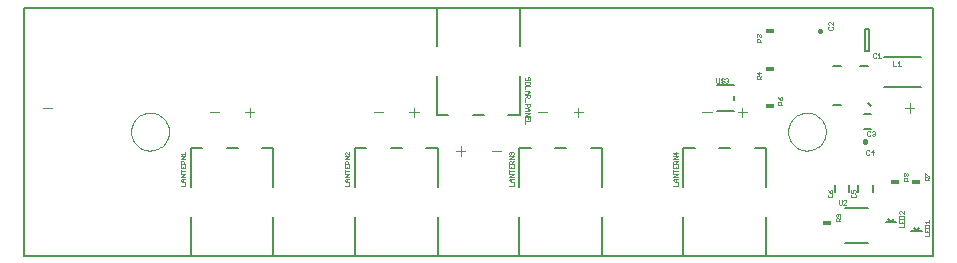
<source format=gto>
G75*
G70*
%OFA0B0*%
%FSLAX24Y24*%
%IPPOS*%
%LPD*%
%AMOC8*
5,1,8,0,0,1.08239X$1,22.5*
%
%ADD10C,0.0080*%
%ADD11C,0.0060*%
%ADD12C,0.0010*%
%ADD13C,0.0160*%
%ADD14R,0.0280X0.0160*%
%ADD15C,0.0050*%
%ADD16C,0.0000*%
%ADD17C,0.0040*%
%ADD18C,0.0070*%
D10*
X000140Y000149D02*
X000140Y008409D01*
X030439Y008409D01*
X030439Y000149D01*
X000140Y000149D01*
X027102Y005169D02*
X027362Y005169D01*
X028283Y005229D02*
X028381Y005130D01*
X028793Y005758D02*
X030052Y005758D01*
X028272Y006469D02*
X028012Y006469D01*
X027362Y006469D02*
X027102Y006469D01*
X028793Y006781D02*
X030052Y006781D01*
X028322Y006979D02*
X028322Y007699D01*
X028162Y007699D01*
X028162Y006979D01*
X028322Y006979D01*
X028948Y001373D02*
X029040Y001251D01*
X029221Y001251D01*
X029126Y001373D02*
X029050Y001257D01*
X029040Y001251D02*
X028859Y001251D01*
X029711Y000952D02*
X029892Y000952D01*
X029800Y001074D01*
X029892Y000952D02*
X030073Y000952D01*
X029978Y001074D02*
X029902Y000958D01*
D11*
X028284Y000558D02*
X027496Y000558D01*
X027496Y001740D02*
X028284Y001740D01*
X028427Y002267D02*
X028427Y002503D01*
X027955Y002503D02*
X027955Y002267D01*
X027650Y002267D02*
X027650Y002503D01*
X027177Y002503D02*
X027177Y002267D01*
X028124Y004383D02*
X028361Y004383D01*
X028361Y004856D02*
X028124Y004856D01*
D12*
X028278Y004290D02*
X028253Y004265D01*
X028253Y004164D01*
X028278Y004139D01*
X028328Y004139D01*
X028353Y004164D01*
X028400Y004164D02*
X028425Y004139D01*
X028475Y004139D01*
X028500Y004164D01*
X028500Y004189D01*
X028475Y004215D01*
X028450Y004215D01*
X028475Y004215D02*
X028500Y004240D01*
X028500Y004265D01*
X028475Y004290D01*
X028425Y004290D01*
X028400Y004265D01*
X028353Y004265D02*
X028328Y004290D01*
X028278Y004290D01*
X028298Y003660D02*
X028248Y003660D01*
X028223Y003635D01*
X028223Y003534D01*
X028248Y003509D01*
X028298Y003509D01*
X028323Y003534D01*
X028370Y003585D02*
X028470Y003585D01*
X028445Y003660D02*
X028370Y003585D01*
X028323Y003635D02*
X028298Y003660D01*
X028445Y003660D02*
X028445Y003509D01*
X030162Y002909D02*
X030187Y002909D01*
X030287Y002809D01*
X030312Y002809D01*
X030312Y002762D02*
X030262Y002712D01*
X030262Y002737D02*
X030262Y002662D01*
X030312Y002662D02*
X030162Y002662D01*
X030162Y002737D01*
X030187Y002762D01*
X030237Y002762D01*
X030262Y002737D01*
X030162Y002809D02*
X030162Y002909D01*
X029609Y002871D02*
X029609Y002821D01*
X029584Y002796D01*
X029559Y002796D01*
X029534Y002821D01*
X029534Y002871D01*
X029559Y002896D01*
X029584Y002896D01*
X029609Y002871D01*
X029534Y002871D02*
X029509Y002896D01*
X029484Y002896D01*
X029459Y002871D01*
X029459Y002821D01*
X029484Y002796D01*
X029509Y002796D01*
X029534Y002821D01*
X029534Y002748D02*
X029559Y002723D01*
X029559Y002648D01*
X029559Y002698D02*
X029609Y002748D01*
X029534Y002748D02*
X029484Y002748D01*
X029459Y002723D01*
X029459Y002648D01*
X029609Y002648D01*
X027861Y002313D02*
X027861Y002263D01*
X027836Y002238D01*
X027836Y002190D02*
X027861Y002165D01*
X027861Y002115D01*
X027836Y002090D01*
X027736Y002090D01*
X027711Y002115D01*
X027711Y002165D01*
X027736Y002190D01*
X027711Y002238D02*
X027786Y002238D01*
X027761Y002288D01*
X027761Y002313D01*
X027786Y002338D01*
X027836Y002338D01*
X027861Y002313D01*
X027711Y002338D02*
X027711Y002238D01*
X027084Y002263D02*
X027084Y002313D01*
X027059Y002338D01*
X027034Y002338D01*
X027009Y002313D01*
X027009Y002238D01*
X027059Y002238D01*
X027084Y002263D01*
X027059Y002190D02*
X027084Y002165D01*
X027084Y002115D01*
X027059Y002090D01*
X026959Y002090D01*
X026933Y002115D01*
X026933Y002165D01*
X026959Y002190D01*
X027009Y002238D02*
X026959Y002288D01*
X026933Y002338D01*
X027304Y001993D02*
X027304Y001868D01*
X027329Y001843D01*
X027380Y001843D01*
X027405Y001868D01*
X027405Y001993D01*
X027452Y001968D02*
X027477Y001993D01*
X027527Y001993D01*
X027552Y001968D01*
X027552Y001943D01*
X027452Y001843D01*
X027552Y001843D01*
X027325Y001535D02*
X027224Y001535D01*
X027199Y001510D01*
X027199Y001460D01*
X027224Y001435D01*
X027249Y001435D01*
X027274Y001460D01*
X027274Y001535D01*
X027325Y001535D02*
X027350Y001510D01*
X027350Y001460D01*
X027325Y001435D01*
X027350Y001388D02*
X027299Y001338D01*
X027299Y001363D02*
X027299Y001288D01*
X027350Y001288D02*
X027199Y001288D01*
X027199Y001363D01*
X027224Y001388D01*
X027274Y001388D01*
X027299Y001363D01*
X029319Y001379D02*
X029319Y001454D01*
X029345Y001479D01*
X029445Y001479D01*
X029470Y001454D01*
X029470Y001379D01*
X029319Y001379D01*
X029319Y001331D02*
X029319Y001231D01*
X029470Y001231D01*
X029470Y001331D01*
X029395Y001281D02*
X029395Y001231D01*
X029470Y001184D02*
X029470Y001084D01*
X029319Y001084D01*
X030172Y001079D02*
X030172Y001154D01*
X030197Y001179D01*
X030297Y001179D01*
X030322Y001154D01*
X030322Y001079D01*
X030172Y001079D01*
X030172Y001032D02*
X030172Y000932D01*
X030322Y000932D01*
X030322Y001032D01*
X030247Y000982D02*
X030247Y000932D01*
X030322Y000885D02*
X030322Y000785D01*
X030172Y000785D01*
X030222Y001227D02*
X030172Y001277D01*
X030322Y001277D01*
X030322Y001227D02*
X030322Y001327D01*
X029470Y001526D02*
X029370Y001626D01*
X029345Y001626D01*
X029319Y001601D01*
X029319Y001551D01*
X029345Y001526D01*
X029470Y001526D02*
X029470Y001626D01*
X021937Y002467D02*
X021937Y002567D01*
X021937Y002614D02*
X021837Y002614D01*
X021787Y002664D01*
X021837Y002714D01*
X021937Y002714D01*
X021937Y002762D02*
X021787Y002762D01*
X021937Y002862D01*
X021787Y002862D01*
X021787Y002909D02*
X021787Y003009D01*
X021787Y003056D02*
X021937Y003056D01*
X021937Y003156D01*
X021937Y003204D02*
X021787Y003204D01*
X021787Y003279D01*
X021812Y003304D01*
X021862Y003304D01*
X021887Y003279D01*
X021887Y003204D01*
X021887Y003254D02*
X021937Y003304D01*
X021937Y003351D02*
X021787Y003351D01*
X021937Y003451D01*
X021787Y003451D01*
X021862Y003498D02*
X021862Y003598D01*
X021787Y003573D02*
X021862Y003498D01*
X021937Y003573D02*
X021787Y003573D01*
X021787Y003156D02*
X021787Y003056D01*
X021862Y003056D02*
X021862Y003106D01*
X021937Y002959D02*
X021787Y002959D01*
X021862Y002714D02*
X021862Y002614D01*
X021787Y002467D02*
X021937Y002467D01*
X016463Y002467D02*
X016463Y002567D01*
X016463Y002614D02*
X016363Y002614D01*
X016313Y002664D01*
X016363Y002714D01*
X016463Y002714D01*
X016463Y002762D02*
X016313Y002762D01*
X016463Y002862D01*
X016313Y002862D01*
X016313Y002909D02*
X016313Y003009D01*
X016313Y003056D02*
X016463Y003056D01*
X016463Y003156D01*
X016463Y003204D02*
X016313Y003204D01*
X016313Y003279D01*
X016338Y003304D01*
X016388Y003304D01*
X016413Y003279D01*
X016413Y003204D01*
X016413Y003254D02*
X016463Y003304D01*
X016463Y003351D02*
X016313Y003351D01*
X016463Y003451D01*
X016313Y003451D01*
X016338Y003498D02*
X016313Y003523D01*
X016313Y003573D01*
X016338Y003598D01*
X016363Y003598D01*
X016388Y003573D01*
X016413Y003598D01*
X016438Y003598D01*
X016463Y003573D01*
X016463Y003523D01*
X016438Y003498D01*
X016388Y003548D02*
X016388Y003573D01*
X016313Y003156D02*
X016313Y003056D01*
X016388Y003056D02*
X016388Y003106D01*
X016463Y002959D02*
X016313Y002959D01*
X016388Y002714D02*
X016388Y002614D01*
X016313Y002467D02*
X016463Y002467D01*
X010988Y002467D02*
X010988Y002567D01*
X010988Y002614D02*
X010888Y002614D01*
X010838Y002664D01*
X010888Y002714D01*
X010988Y002714D01*
X010988Y002762D02*
X010838Y002762D01*
X010988Y002862D01*
X010838Y002862D01*
X010838Y002909D02*
X010838Y003009D01*
X010838Y003056D02*
X010988Y003056D01*
X010988Y003156D01*
X010988Y003204D02*
X010838Y003204D01*
X010838Y003279D01*
X010863Y003304D01*
X010913Y003304D01*
X010938Y003279D01*
X010938Y003204D01*
X010938Y003254D02*
X010988Y003304D01*
X010988Y003351D02*
X010838Y003351D01*
X010988Y003451D01*
X010838Y003451D01*
X010863Y003498D02*
X010838Y003523D01*
X010838Y003573D01*
X010863Y003598D01*
X010888Y003598D01*
X010988Y003498D01*
X010988Y003598D01*
X010838Y003156D02*
X010838Y003056D01*
X010913Y003056D02*
X010913Y003106D01*
X010988Y002959D02*
X010838Y002959D01*
X010913Y002714D02*
X010913Y002614D01*
X010838Y002467D02*
X010988Y002467D01*
X005514Y002467D02*
X005514Y002567D01*
X005514Y002614D02*
X005414Y002614D01*
X005364Y002664D01*
X005414Y002714D01*
X005514Y002714D01*
X005514Y002762D02*
X005364Y002762D01*
X005514Y002862D01*
X005364Y002862D01*
X005364Y002909D02*
X005364Y003009D01*
X005364Y003056D02*
X005514Y003056D01*
X005514Y003156D01*
X005514Y003204D02*
X005364Y003204D01*
X005364Y003279D01*
X005389Y003304D01*
X005439Y003304D01*
X005464Y003279D01*
X005464Y003204D01*
X005464Y003254D02*
X005514Y003304D01*
X005514Y003351D02*
X005364Y003351D01*
X005514Y003451D01*
X005364Y003451D01*
X005414Y003498D02*
X005364Y003548D01*
X005514Y003548D01*
X005514Y003498D02*
X005514Y003598D01*
X005364Y003156D02*
X005364Y003056D01*
X005439Y003056D02*
X005439Y003106D01*
X005514Y002959D02*
X005364Y002959D01*
X005439Y002714D02*
X005439Y002614D01*
X005364Y002467D02*
X005514Y002467D01*
X016854Y004517D02*
X016854Y004618D01*
X017004Y004618D01*
X017004Y004665D02*
X017004Y004765D01*
X016854Y004765D01*
X016854Y004665D01*
X016929Y004715D02*
X016929Y004765D01*
X016854Y004812D02*
X017004Y004812D01*
X017004Y004912D02*
X016854Y004912D01*
X016854Y004959D02*
X016954Y004959D01*
X017004Y005010D01*
X016954Y005060D01*
X016854Y005060D01*
X016929Y005060D02*
X016929Y004959D01*
X017004Y004912D02*
X016854Y004812D01*
X016929Y005107D02*
X016904Y005132D01*
X016904Y005207D01*
X016854Y005207D02*
X017004Y005207D01*
X017004Y005132D01*
X016979Y005107D01*
X016929Y005107D01*
X016829Y005254D02*
X016829Y005354D01*
X016854Y005401D02*
X016904Y005451D01*
X016904Y005426D02*
X016904Y005502D01*
X016854Y005502D02*
X017004Y005502D01*
X017004Y005426D01*
X016979Y005401D01*
X016929Y005401D01*
X016904Y005426D01*
X016929Y005549D02*
X016929Y005649D01*
X016954Y005649D02*
X017004Y005599D01*
X016954Y005549D01*
X016854Y005549D01*
X016854Y005649D02*
X016954Y005649D01*
X016854Y005696D02*
X016854Y005796D01*
X017004Y005796D01*
X016979Y005843D02*
X017004Y005868D01*
X017004Y005918D01*
X016979Y005944D01*
X016879Y005944D01*
X016854Y005918D01*
X016854Y005868D01*
X016879Y005843D01*
X016979Y005843D01*
X016979Y005991D02*
X017004Y006016D01*
X017004Y006066D01*
X016979Y006091D01*
X016954Y006091D01*
X016929Y006066D01*
X016929Y006016D01*
X016904Y005991D01*
X016879Y005991D01*
X016854Y006016D01*
X016854Y006066D01*
X016879Y006091D01*
X023220Y006054D02*
X023220Y005929D01*
X023245Y005904D01*
X023295Y005904D01*
X023320Y005929D01*
X023320Y006054D01*
X023367Y006029D02*
X023392Y006054D01*
X023442Y006054D01*
X023467Y006029D01*
X023515Y006029D02*
X023540Y006054D01*
X023590Y006054D01*
X023615Y006029D01*
X023615Y006004D01*
X023590Y005979D01*
X023615Y005954D01*
X023615Y005929D01*
X023590Y005904D01*
X023540Y005904D01*
X023515Y005929D01*
X023467Y005929D02*
X023467Y005954D01*
X023442Y005979D01*
X023392Y005979D01*
X023367Y006004D01*
X023367Y006029D01*
X023417Y006079D02*
X023417Y005879D01*
X023392Y005904D02*
X023442Y005904D01*
X023467Y005929D01*
X023392Y005904D02*
X023367Y005929D01*
X023565Y005979D02*
X023590Y005979D01*
X024562Y006024D02*
X024562Y006100D01*
X024587Y006125D01*
X024637Y006125D01*
X024662Y006100D01*
X024662Y006024D01*
X024712Y006024D02*
X024562Y006024D01*
X024662Y006074D02*
X024712Y006125D01*
X024637Y006172D02*
X024637Y006272D01*
X024562Y006247D02*
X024637Y006172D01*
X024712Y006247D02*
X024562Y006247D01*
X025272Y005427D02*
X025297Y005377D01*
X025347Y005327D01*
X025347Y005402D01*
X025372Y005427D01*
X025397Y005427D01*
X025422Y005402D01*
X025422Y005352D01*
X025397Y005327D01*
X025347Y005327D01*
X025347Y005280D02*
X025372Y005255D01*
X025372Y005180D01*
X025372Y005230D02*
X025422Y005280D01*
X025347Y005280D02*
X025297Y005280D01*
X025272Y005255D01*
X025272Y005180D01*
X025422Y005180D01*
X029113Y006471D02*
X029213Y006471D01*
X029260Y006471D02*
X029360Y006471D01*
X029310Y006471D02*
X029310Y006621D01*
X029260Y006571D01*
X029113Y006621D02*
X029113Y006471D01*
X028700Y006734D02*
X028600Y006734D01*
X028650Y006734D02*
X028650Y006885D01*
X028600Y006835D01*
X028553Y006860D02*
X028528Y006885D01*
X028478Y006885D01*
X028453Y006860D01*
X028453Y006759D01*
X028478Y006734D01*
X028528Y006734D01*
X028553Y006759D01*
X027102Y007705D02*
X027077Y007680D01*
X026977Y007680D01*
X026952Y007705D01*
X026952Y007755D01*
X026977Y007780D01*
X026977Y007827D02*
X026952Y007852D01*
X026952Y007902D01*
X026977Y007927D01*
X027002Y007927D01*
X027102Y007827D01*
X027102Y007927D01*
X027077Y007780D02*
X027102Y007755D01*
X027102Y007705D01*
X024712Y007497D02*
X024712Y007447D01*
X024687Y007422D01*
X024712Y007375D02*
X024662Y007324D01*
X024662Y007350D02*
X024662Y007274D01*
X024712Y007274D02*
X024562Y007274D01*
X024562Y007350D01*
X024587Y007375D01*
X024637Y007375D01*
X024662Y007350D01*
X024587Y007422D02*
X024562Y007447D01*
X024562Y007497D01*
X024587Y007522D01*
X024612Y007522D01*
X024637Y007497D01*
X024662Y007522D01*
X024687Y007522D01*
X024712Y007497D01*
X024637Y007497D02*
X024637Y007472D01*
D13*
X026660Y007619D02*
X026684Y007619D01*
X028162Y003951D02*
X028162Y003927D01*
D14*
X024992Y005119D03*
X024992Y006369D03*
X024992Y007619D03*
X029179Y002588D03*
X029882Y002602D03*
X026920Y001228D03*
D15*
X000140Y000149D02*
X000140Y008409D01*
X030439Y008409D01*
X030439Y000149D01*
X000140Y000149D01*
X005700Y000149D02*
X008456Y000149D01*
X008456Y001440D01*
X011174Y001440D02*
X011174Y000149D01*
X013930Y000149D01*
X013930Y001440D01*
X016649Y001440D02*
X016649Y000149D01*
X019405Y000149D01*
X019405Y001440D01*
X022123Y001440D02*
X022123Y000149D01*
X024879Y000149D01*
X024879Y001440D01*
X024879Y002440D02*
X024879Y003732D01*
X024501Y003732D01*
X023682Y003732D02*
X023320Y003732D01*
X022501Y003732D02*
X022123Y003732D01*
X022123Y002440D01*
X019405Y002440D02*
X019405Y003732D01*
X019027Y003732D01*
X018208Y003732D02*
X017846Y003732D01*
X017027Y003732D02*
X016649Y003732D01*
X016649Y002440D01*
X013930Y002440D02*
X013930Y003732D01*
X013552Y003732D01*
X012734Y003732D02*
X012371Y003732D01*
X011552Y003732D02*
X011174Y003732D01*
X011174Y002440D01*
X008456Y002440D02*
X008456Y003732D01*
X008078Y003732D01*
X007259Y003732D02*
X006897Y003732D01*
X006078Y003732D02*
X005700Y003732D01*
X005700Y002440D01*
X005700Y001440D02*
X005700Y000149D01*
X013912Y004826D02*
X013912Y006117D01*
X016668Y006117D02*
X016668Y004826D01*
X016290Y004826D01*
X015471Y004826D02*
X015109Y004826D01*
X014290Y004826D02*
X013912Y004826D01*
X013912Y007117D02*
X013912Y008409D01*
X016668Y008409D01*
X016668Y007117D01*
D16*
X025608Y004279D02*
X025610Y004329D01*
X025616Y004379D01*
X025626Y004428D01*
X025640Y004476D01*
X025657Y004523D01*
X025678Y004568D01*
X025703Y004612D01*
X025731Y004653D01*
X025763Y004692D01*
X025797Y004729D01*
X025834Y004763D01*
X025874Y004793D01*
X025916Y004820D01*
X025960Y004844D01*
X026006Y004865D01*
X026053Y004881D01*
X026101Y004894D01*
X026151Y004903D01*
X026200Y004908D01*
X026251Y004909D01*
X026301Y004906D01*
X026350Y004899D01*
X026399Y004888D01*
X026447Y004873D01*
X026493Y004855D01*
X026538Y004833D01*
X026581Y004807D01*
X026622Y004778D01*
X026661Y004746D01*
X026697Y004711D01*
X026729Y004673D01*
X026759Y004633D01*
X026786Y004590D01*
X026809Y004546D01*
X026828Y004500D01*
X026844Y004452D01*
X026856Y004403D01*
X026864Y004354D01*
X026868Y004304D01*
X026868Y004254D01*
X026864Y004204D01*
X026856Y004155D01*
X026844Y004106D01*
X026828Y004058D01*
X026809Y004012D01*
X026786Y003968D01*
X026759Y003925D01*
X026729Y003885D01*
X026697Y003847D01*
X026661Y003812D01*
X026622Y003780D01*
X026581Y003751D01*
X026538Y003725D01*
X026493Y003703D01*
X026447Y003685D01*
X026399Y003670D01*
X026350Y003659D01*
X026301Y003652D01*
X026251Y003649D01*
X026200Y003650D01*
X026151Y003655D01*
X026101Y003664D01*
X026053Y003677D01*
X026006Y003693D01*
X025960Y003714D01*
X025916Y003738D01*
X025874Y003765D01*
X025834Y003795D01*
X025797Y003829D01*
X025763Y003866D01*
X025731Y003905D01*
X025703Y003946D01*
X025678Y003990D01*
X025657Y004035D01*
X025640Y004082D01*
X025626Y004130D01*
X025616Y004179D01*
X025610Y004229D01*
X025608Y004279D01*
X003711Y004279D02*
X003713Y004329D01*
X003719Y004379D01*
X003729Y004428D01*
X003743Y004476D01*
X003760Y004523D01*
X003781Y004568D01*
X003806Y004612D01*
X003834Y004653D01*
X003866Y004692D01*
X003900Y004729D01*
X003937Y004763D01*
X003977Y004793D01*
X004019Y004820D01*
X004063Y004844D01*
X004109Y004865D01*
X004156Y004881D01*
X004204Y004894D01*
X004254Y004903D01*
X004303Y004908D01*
X004354Y004909D01*
X004404Y004906D01*
X004453Y004899D01*
X004502Y004888D01*
X004550Y004873D01*
X004596Y004855D01*
X004641Y004833D01*
X004684Y004807D01*
X004725Y004778D01*
X004764Y004746D01*
X004800Y004711D01*
X004832Y004673D01*
X004862Y004633D01*
X004889Y004590D01*
X004912Y004546D01*
X004931Y004500D01*
X004947Y004452D01*
X004959Y004403D01*
X004967Y004354D01*
X004971Y004304D01*
X004971Y004254D01*
X004967Y004204D01*
X004959Y004155D01*
X004947Y004106D01*
X004931Y004058D01*
X004912Y004012D01*
X004889Y003968D01*
X004862Y003925D01*
X004832Y003885D01*
X004800Y003847D01*
X004764Y003812D01*
X004725Y003780D01*
X004684Y003751D01*
X004641Y003725D01*
X004596Y003703D01*
X004550Y003685D01*
X004502Y003670D01*
X004453Y003659D01*
X004404Y003652D01*
X004354Y003649D01*
X004303Y003650D01*
X004254Y003655D01*
X004204Y003664D01*
X004156Y003677D01*
X004109Y003693D01*
X004063Y003714D01*
X004019Y003738D01*
X003977Y003765D01*
X003937Y003795D01*
X003900Y003829D01*
X003866Y003866D01*
X003834Y003905D01*
X003806Y003946D01*
X003781Y003990D01*
X003760Y004035D01*
X003743Y004082D01*
X003729Y004130D01*
X003719Y004179D01*
X003713Y004229D01*
X003711Y004279D01*
D17*
X006330Y004927D02*
X006637Y004927D01*
X007511Y004927D02*
X007818Y004927D01*
X007665Y005080D02*
X007665Y004773D01*
X011805Y004927D02*
X012112Y004927D01*
X012986Y004927D02*
X013293Y004927D01*
X013139Y005080D02*
X013139Y004773D01*
X014703Y003785D02*
X014703Y003478D01*
X014856Y003631D02*
X014549Y003631D01*
X015730Y003631D02*
X016037Y003631D01*
X018614Y004773D02*
X018614Y005080D01*
X018767Y004927D02*
X018460Y004927D01*
X017586Y004927D02*
X017279Y004927D01*
X022754Y004927D02*
X023060Y004927D01*
X023935Y004927D02*
X024242Y004927D01*
X024088Y005080D02*
X024088Y004773D01*
X029504Y005066D02*
X029811Y005066D01*
X029658Y004913D02*
X029658Y005220D01*
X001071Y005066D02*
X000764Y005066D01*
D18*
X023239Y004976D02*
X023791Y004976D01*
X023791Y005320D02*
X023791Y005478D01*
X023791Y005822D02*
X023239Y005822D01*
M02*

</source>
